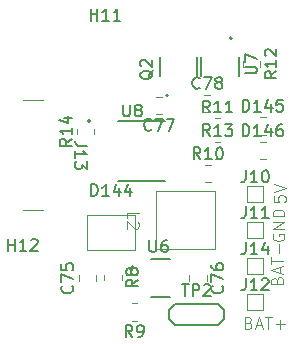
<source format=gbr>
%TF.GenerationSoftware,KiCad,Pcbnew,9.0.3*%
%TF.CreationDate,2025-11-25T19:37:03-05:00*%
%TF.ProjectId,Wren,5772656e-2e6b-4696-9361-645f70636258,rev?*%
%TF.SameCoordinates,Original*%
%TF.FileFunction,Legend,Top*%
%TF.FilePolarity,Positive*%
%FSLAX46Y46*%
G04 Gerber Fmt 4.6, Leading zero omitted, Abs format (unit mm)*
G04 Created by KiCad (PCBNEW 9.0.3) date 2025-11-25 19:37:03*
%MOMM*%
%LPD*%
G01*
G04 APERTURE LIST*
%ADD10C,0.100000*%
%ADD11C,0.150000*%
%ADD12C,0.127000*%
%ADD13C,0.200000*%
%ADD14C,0.120000*%
G04 APERTURE END LIST*
D10*
X110470038Y-183172306D02*
X110422419Y-183267544D01*
X110422419Y-183267544D02*
X110422419Y-183410401D01*
X110422419Y-183410401D02*
X110470038Y-183553258D01*
X110470038Y-183553258D02*
X110565276Y-183648496D01*
X110565276Y-183648496D02*
X110660514Y-183696115D01*
X110660514Y-183696115D02*
X110850990Y-183743734D01*
X110850990Y-183743734D02*
X110993847Y-183743734D01*
X110993847Y-183743734D02*
X111184323Y-183696115D01*
X111184323Y-183696115D02*
X111279561Y-183648496D01*
X111279561Y-183648496D02*
X111374800Y-183553258D01*
X111374800Y-183553258D02*
X111422419Y-183410401D01*
X111422419Y-183410401D02*
X111422419Y-183315163D01*
X111422419Y-183315163D02*
X111374800Y-183172306D01*
X111374800Y-183172306D02*
X111327180Y-183124687D01*
X111327180Y-183124687D02*
X110993847Y-183124687D01*
X110993847Y-183124687D02*
X110993847Y-183315163D01*
X111422419Y-182696115D02*
X110422419Y-182696115D01*
X110422419Y-182696115D02*
X111422419Y-182124687D01*
X111422419Y-182124687D02*
X110422419Y-182124687D01*
X111422419Y-181648496D02*
X110422419Y-181648496D01*
X110422419Y-181648496D02*
X110422419Y-181410401D01*
X110422419Y-181410401D02*
X110470038Y-181267544D01*
X110470038Y-181267544D02*
X110565276Y-181172306D01*
X110565276Y-181172306D02*
X110660514Y-181124687D01*
X110660514Y-181124687D02*
X110850990Y-181077068D01*
X110850990Y-181077068D02*
X110993847Y-181077068D01*
X110993847Y-181077068D02*
X111184323Y-181124687D01*
X111184323Y-181124687D02*
X111279561Y-181172306D01*
X111279561Y-181172306D02*
X111374800Y-181267544D01*
X111374800Y-181267544D02*
X111422419Y-181410401D01*
X111422419Y-181410401D02*
X111422419Y-181648496D01*
X108387217Y-190648609D02*
X108530074Y-190696228D01*
X108530074Y-190696228D02*
X108577693Y-190743847D01*
X108577693Y-190743847D02*
X108625312Y-190839085D01*
X108625312Y-190839085D02*
X108625312Y-190981942D01*
X108625312Y-190981942D02*
X108577693Y-191077180D01*
X108577693Y-191077180D02*
X108530074Y-191124800D01*
X108530074Y-191124800D02*
X108434836Y-191172419D01*
X108434836Y-191172419D02*
X108053884Y-191172419D01*
X108053884Y-191172419D02*
X108053884Y-190172419D01*
X108053884Y-190172419D02*
X108387217Y-190172419D01*
X108387217Y-190172419D02*
X108482455Y-190220038D01*
X108482455Y-190220038D02*
X108530074Y-190267657D01*
X108530074Y-190267657D02*
X108577693Y-190362895D01*
X108577693Y-190362895D02*
X108577693Y-190458133D01*
X108577693Y-190458133D02*
X108530074Y-190553371D01*
X108530074Y-190553371D02*
X108482455Y-190600990D01*
X108482455Y-190600990D02*
X108387217Y-190648609D01*
X108387217Y-190648609D02*
X108053884Y-190648609D01*
X109006265Y-190886704D02*
X109482455Y-190886704D01*
X108911027Y-191172419D02*
X109244360Y-190172419D01*
X109244360Y-190172419D02*
X109577693Y-191172419D01*
X109768170Y-190172419D02*
X110339598Y-190172419D01*
X110053884Y-191172419D02*
X110053884Y-190172419D01*
X110672932Y-190791466D02*
X111434837Y-190791466D01*
X111053884Y-191172419D02*
X111053884Y-190410514D01*
X110798609Y-187062782D02*
X110846228Y-186919925D01*
X110846228Y-186919925D02*
X110893847Y-186872306D01*
X110893847Y-186872306D02*
X110989085Y-186824687D01*
X110989085Y-186824687D02*
X111131942Y-186824687D01*
X111131942Y-186824687D02*
X111227180Y-186872306D01*
X111227180Y-186872306D02*
X111274800Y-186919925D01*
X111274800Y-186919925D02*
X111322419Y-187015163D01*
X111322419Y-187015163D02*
X111322419Y-187396115D01*
X111322419Y-187396115D02*
X110322419Y-187396115D01*
X110322419Y-187396115D02*
X110322419Y-187062782D01*
X110322419Y-187062782D02*
X110370038Y-186967544D01*
X110370038Y-186967544D02*
X110417657Y-186919925D01*
X110417657Y-186919925D02*
X110512895Y-186872306D01*
X110512895Y-186872306D02*
X110608133Y-186872306D01*
X110608133Y-186872306D02*
X110703371Y-186919925D01*
X110703371Y-186919925D02*
X110750990Y-186967544D01*
X110750990Y-186967544D02*
X110798609Y-187062782D01*
X110798609Y-187062782D02*
X110798609Y-187396115D01*
X111036704Y-186443734D02*
X111036704Y-185967544D01*
X111322419Y-186538972D02*
X110322419Y-186205639D01*
X110322419Y-186205639D02*
X111322419Y-185872306D01*
X110322419Y-185681829D02*
X110322419Y-185110401D01*
X111322419Y-185396115D02*
X110322419Y-185396115D01*
X110941466Y-184777067D02*
X110941466Y-184015163D01*
X110522419Y-179919925D02*
X110522419Y-180396115D01*
X110522419Y-180396115D02*
X110998609Y-180443734D01*
X110998609Y-180443734D02*
X110950990Y-180396115D01*
X110950990Y-180396115D02*
X110903371Y-180300877D01*
X110903371Y-180300877D02*
X110903371Y-180062782D01*
X110903371Y-180062782D02*
X110950990Y-179967544D01*
X110950990Y-179967544D02*
X110998609Y-179919925D01*
X110998609Y-179919925D02*
X111093847Y-179872306D01*
X111093847Y-179872306D02*
X111331942Y-179872306D01*
X111331942Y-179872306D02*
X111427180Y-179919925D01*
X111427180Y-179919925D02*
X111474800Y-179967544D01*
X111474800Y-179967544D02*
X111522419Y-180062782D01*
X111522419Y-180062782D02*
X111522419Y-180300877D01*
X111522419Y-180300877D02*
X111474800Y-180396115D01*
X111474800Y-180396115D02*
X111427180Y-180443734D01*
X110522419Y-179586591D02*
X111522419Y-179253258D01*
X111522419Y-179253258D02*
X110522419Y-178919925D01*
D11*
X97768095Y-172187819D02*
X97768095Y-172997342D01*
X97768095Y-172997342D02*
X97815714Y-173092580D01*
X97815714Y-173092580D02*
X97863333Y-173140200D01*
X97863333Y-173140200D02*
X97958571Y-173187819D01*
X97958571Y-173187819D02*
X98149047Y-173187819D01*
X98149047Y-173187819D02*
X98244285Y-173140200D01*
X98244285Y-173140200D02*
X98291904Y-173092580D01*
X98291904Y-173092580D02*
X98339523Y-172997342D01*
X98339523Y-172997342D02*
X98339523Y-172187819D01*
X98958571Y-172616390D02*
X98863333Y-172568771D01*
X98863333Y-172568771D02*
X98815714Y-172521152D01*
X98815714Y-172521152D02*
X98768095Y-172425914D01*
X98768095Y-172425914D02*
X98768095Y-172378295D01*
X98768095Y-172378295D02*
X98815714Y-172283057D01*
X98815714Y-172283057D02*
X98863333Y-172235438D01*
X98863333Y-172235438D02*
X98958571Y-172187819D01*
X98958571Y-172187819D02*
X99149047Y-172187819D01*
X99149047Y-172187819D02*
X99244285Y-172235438D01*
X99244285Y-172235438D02*
X99291904Y-172283057D01*
X99291904Y-172283057D02*
X99339523Y-172378295D01*
X99339523Y-172378295D02*
X99339523Y-172425914D01*
X99339523Y-172425914D02*
X99291904Y-172521152D01*
X99291904Y-172521152D02*
X99244285Y-172568771D01*
X99244285Y-172568771D02*
X99149047Y-172616390D01*
X99149047Y-172616390D02*
X98958571Y-172616390D01*
X98958571Y-172616390D02*
X98863333Y-172664009D01*
X98863333Y-172664009D02*
X98815714Y-172711628D01*
X98815714Y-172711628D02*
X98768095Y-172806866D01*
X98768095Y-172806866D02*
X98768095Y-172997342D01*
X98768095Y-172997342D02*
X98815714Y-173092580D01*
X98815714Y-173092580D02*
X98863333Y-173140200D01*
X98863333Y-173140200D02*
X98958571Y-173187819D01*
X98958571Y-173187819D02*
X99149047Y-173187819D01*
X99149047Y-173187819D02*
X99244285Y-173140200D01*
X99244285Y-173140200D02*
X99291904Y-173092580D01*
X99291904Y-173092580D02*
X99339523Y-172997342D01*
X99339523Y-172997342D02*
X99339523Y-172806866D01*
X99339523Y-172806866D02*
X99291904Y-172711628D01*
X99291904Y-172711628D02*
X99244285Y-172664009D01*
X99244285Y-172664009D02*
X99149047Y-172616390D01*
X95059524Y-179924819D02*
X95059524Y-178924819D01*
X95059524Y-178924819D02*
X95297619Y-178924819D01*
X95297619Y-178924819D02*
X95440476Y-178972438D01*
X95440476Y-178972438D02*
X95535714Y-179067676D01*
X95535714Y-179067676D02*
X95583333Y-179162914D01*
X95583333Y-179162914D02*
X95630952Y-179353390D01*
X95630952Y-179353390D02*
X95630952Y-179496247D01*
X95630952Y-179496247D02*
X95583333Y-179686723D01*
X95583333Y-179686723D02*
X95535714Y-179781961D01*
X95535714Y-179781961D02*
X95440476Y-179877200D01*
X95440476Y-179877200D02*
X95297619Y-179924819D01*
X95297619Y-179924819D02*
X95059524Y-179924819D01*
X96583333Y-179924819D02*
X96011905Y-179924819D01*
X96297619Y-179924819D02*
X96297619Y-178924819D01*
X96297619Y-178924819D02*
X96202381Y-179067676D01*
X96202381Y-179067676D02*
X96107143Y-179162914D01*
X96107143Y-179162914D02*
X96011905Y-179210533D01*
X97440476Y-179258152D02*
X97440476Y-179924819D01*
X97202381Y-178877200D02*
X96964286Y-179591485D01*
X96964286Y-179591485D02*
X97583333Y-179591485D01*
X98392857Y-179258152D02*
X98392857Y-179924819D01*
X98154762Y-178877200D02*
X97916667Y-179591485D01*
X97916667Y-179591485D02*
X98535714Y-179591485D01*
X100157142Y-174289580D02*
X100109523Y-174337200D01*
X100109523Y-174337200D02*
X99966666Y-174384819D01*
X99966666Y-174384819D02*
X99871428Y-174384819D01*
X99871428Y-174384819D02*
X99728571Y-174337200D01*
X99728571Y-174337200D02*
X99633333Y-174241961D01*
X99633333Y-174241961D02*
X99585714Y-174146723D01*
X99585714Y-174146723D02*
X99538095Y-173956247D01*
X99538095Y-173956247D02*
X99538095Y-173813390D01*
X99538095Y-173813390D02*
X99585714Y-173622914D01*
X99585714Y-173622914D02*
X99633333Y-173527676D01*
X99633333Y-173527676D02*
X99728571Y-173432438D01*
X99728571Y-173432438D02*
X99871428Y-173384819D01*
X99871428Y-173384819D02*
X99966666Y-173384819D01*
X99966666Y-173384819D02*
X100109523Y-173432438D01*
X100109523Y-173432438D02*
X100157142Y-173480057D01*
X100490476Y-173384819D02*
X101157142Y-173384819D01*
X101157142Y-173384819D02*
X100728571Y-174384819D01*
X101442857Y-173384819D02*
X102109523Y-173384819D01*
X102109523Y-173384819D02*
X101680952Y-174384819D01*
X106154580Y-187542857D02*
X106202200Y-187590476D01*
X106202200Y-187590476D02*
X106249819Y-187733333D01*
X106249819Y-187733333D02*
X106249819Y-187828571D01*
X106249819Y-187828571D02*
X106202200Y-187971428D01*
X106202200Y-187971428D02*
X106106961Y-188066666D01*
X106106961Y-188066666D02*
X106011723Y-188114285D01*
X106011723Y-188114285D02*
X105821247Y-188161904D01*
X105821247Y-188161904D02*
X105678390Y-188161904D01*
X105678390Y-188161904D02*
X105487914Y-188114285D01*
X105487914Y-188114285D02*
X105392676Y-188066666D01*
X105392676Y-188066666D02*
X105297438Y-187971428D01*
X105297438Y-187971428D02*
X105249819Y-187828571D01*
X105249819Y-187828571D02*
X105249819Y-187733333D01*
X105249819Y-187733333D02*
X105297438Y-187590476D01*
X105297438Y-187590476D02*
X105345057Y-187542857D01*
X105249819Y-187209523D02*
X105249819Y-186542857D01*
X105249819Y-186542857D02*
X106249819Y-186971428D01*
X105249819Y-185733333D02*
X105249819Y-185923809D01*
X105249819Y-185923809D02*
X105297438Y-186019047D01*
X105297438Y-186019047D02*
X105345057Y-186066666D01*
X105345057Y-186066666D02*
X105487914Y-186161904D01*
X105487914Y-186161904D02*
X105678390Y-186209523D01*
X105678390Y-186209523D02*
X106059342Y-186209523D01*
X106059342Y-186209523D02*
X106154580Y-186161904D01*
X106154580Y-186161904D02*
X106202200Y-186114285D01*
X106202200Y-186114285D02*
X106249819Y-186019047D01*
X106249819Y-186019047D02*
X106249819Y-185828571D01*
X106249819Y-185828571D02*
X106202200Y-185733333D01*
X106202200Y-185733333D02*
X106154580Y-185685714D01*
X106154580Y-185685714D02*
X106059342Y-185638095D01*
X106059342Y-185638095D02*
X105821247Y-185638095D01*
X105821247Y-185638095D02*
X105726009Y-185685714D01*
X105726009Y-185685714D02*
X105678390Y-185733333D01*
X105678390Y-185733333D02*
X105630771Y-185828571D01*
X105630771Y-185828571D02*
X105630771Y-186019047D01*
X105630771Y-186019047D02*
X105678390Y-186114285D01*
X105678390Y-186114285D02*
X105726009Y-186161904D01*
X105726009Y-186161904D02*
X105821247Y-186209523D01*
X94695180Y-175670476D02*
X93980895Y-175670476D01*
X93980895Y-175670476D02*
X93838038Y-175622857D01*
X93838038Y-175622857D02*
X93742800Y-175527619D01*
X93742800Y-175527619D02*
X93695180Y-175384762D01*
X93695180Y-175384762D02*
X93695180Y-175289524D01*
X93695180Y-176670476D02*
X93695180Y-176099048D01*
X93695180Y-176384762D02*
X94695180Y-176384762D01*
X94695180Y-176384762D02*
X94552323Y-176289524D01*
X94552323Y-176289524D02*
X94457085Y-176194286D01*
X94457085Y-176194286D02*
X94409466Y-176099048D01*
X94695180Y-177003810D02*
X94695180Y-177622857D01*
X94695180Y-177622857D02*
X94314228Y-177289524D01*
X94314228Y-177289524D02*
X94314228Y-177432381D01*
X94314228Y-177432381D02*
X94266609Y-177527619D01*
X94266609Y-177527619D02*
X94218990Y-177575238D01*
X94218990Y-177575238D02*
X94123752Y-177622857D01*
X94123752Y-177622857D02*
X93885657Y-177622857D01*
X93885657Y-177622857D02*
X93790419Y-177575238D01*
X93790419Y-177575238D02*
X93742800Y-177527619D01*
X93742800Y-177527619D02*
X93695180Y-177432381D01*
X93695180Y-177432381D02*
X93695180Y-177146667D01*
X93695180Y-177146667D02*
X93742800Y-177051429D01*
X93742800Y-177051429D02*
X93790419Y-177003810D01*
X107897024Y-174874819D02*
X107897024Y-173874819D01*
X107897024Y-173874819D02*
X108135119Y-173874819D01*
X108135119Y-173874819D02*
X108277976Y-173922438D01*
X108277976Y-173922438D02*
X108373214Y-174017676D01*
X108373214Y-174017676D02*
X108420833Y-174112914D01*
X108420833Y-174112914D02*
X108468452Y-174303390D01*
X108468452Y-174303390D02*
X108468452Y-174446247D01*
X108468452Y-174446247D02*
X108420833Y-174636723D01*
X108420833Y-174636723D02*
X108373214Y-174731961D01*
X108373214Y-174731961D02*
X108277976Y-174827200D01*
X108277976Y-174827200D02*
X108135119Y-174874819D01*
X108135119Y-174874819D02*
X107897024Y-174874819D01*
X109420833Y-174874819D02*
X108849405Y-174874819D01*
X109135119Y-174874819D02*
X109135119Y-173874819D01*
X109135119Y-173874819D02*
X109039881Y-174017676D01*
X109039881Y-174017676D02*
X108944643Y-174112914D01*
X108944643Y-174112914D02*
X108849405Y-174160533D01*
X110277976Y-174208152D02*
X110277976Y-174874819D01*
X110039881Y-173827200D02*
X109801786Y-174541485D01*
X109801786Y-174541485D02*
X110420833Y-174541485D01*
X111230357Y-173874819D02*
X111039881Y-173874819D01*
X111039881Y-173874819D02*
X110944643Y-173922438D01*
X110944643Y-173922438D02*
X110897024Y-173970057D01*
X110897024Y-173970057D02*
X110801786Y-174112914D01*
X110801786Y-174112914D02*
X110754167Y-174303390D01*
X110754167Y-174303390D02*
X110754167Y-174684342D01*
X110754167Y-174684342D02*
X110801786Y-174779580D01*
X110801786Y-174779580D02*
X110849405Y-174827200D01*
X110849405Y-174827200D02*
X110944643Y-174874819D01*
X110944643Y-174874819D02*
X111135119Y-174874819D01*
X111135119Y-174874819D02*
X111230357Y-174827200D01*
X111230357Y-174827200D02*
X111277976Y-174779580D01*
X111277976Y-174779580D02*
X111325595Y-174684342D01*
X111325595Y-174684342D02*
X111325595Y-174446247D01*
X111325595Y-174446247D02*
X111277976Y-174351009D01*
X111277976Y-174351009D02*
X111230357Y-174303390D01*
X111230357Y-174303390D02*
X111135119Y-174255771D01*
X111135119Y-174255771D02*
X110944643Y-174255771D01*
X110944643Y-174255771D02*
X110849405Y-174303390D01*
X110849405Y-174303390D02*
X110801786Y-174351009D01*
X110801786Y-174351009D02*
X110754167Y-174446247D01*
X104257142Y-170771080D02*
X104209523Y-170818700D01*
X104209523Y-170818700D02*
X104066666Y-170866319D01*
X104066666Y-170866319D02*
X103971428Y-170866319D01*
X103971428Y-170866319D02*
X103828571Y-170818700D01*
X103828571Y-170818700D02*
X103733333Y-170723461D01*
X103733333Y-170723461D02*
X103685714Y-170628223D01*
X103685714Y-170628223D02*
X103638095Y-170437747D01*
X103638095Y-170437747D02*
X103638095Y-170294890D01*
X103638095Y-170294890D02*
X103685714Y-170104414D01*
X103685714Y-170104414D02*
X103733333Y-170009176D01*
X103733333Y-170009176D02*
X103828571Y-169913938D01*
X103828571Y-169913938D02*
X103971428Y-169866319D01*
X103971428Y-169866319D02*
X104066666Y-169866319D01*
X104066666Y-169866319D02*
X104209523Y-169913938D01*
X104209523Y-169913938D02*
X104257142Y-169961557D01*
X104590476Y-169866319D02*
X105257142Y-169866319D01*
X105257142Y-169866319D02*
X104828571Y-170866319D01*
X105780952Y-170294890D02*
X105685714Y-170247271D01*
X105685714Y-170247271D02*
X105638095Y-170199652D01*
X105638095Y-170199652D02*
X105590476Y-170104414D01*
X105590476Y-170104414D02*
X105590476Y-170056795D01*
X105590476Y-170056795D02*
X105638095Y-169961557D01*
X105638095Y-169961557D02*
X105685714Y-169913938D01*
X105685714Y-169913938D02*
X105780952Y-169866319D01*
X105780952Y-169866319D02*
X105971428Y-169866319D01*
X105971428Y-169866319D02*
X106066666Y-169913938D01*
X106066666Y-169913938D02*
X106114285Y-169961557D01*
X106114285Y-169961557D02*
X106161904Y-170056795D01*
X106161904Y-170056795D02*
X106161904Y-170104414D01*
X106161904Y-170104414D02*
X106114285Y-170199652D01*
X106114285Y-170199652D02*
X106066666Y-170247271D01*
X106066666Y-170247271D02*
X105971428Y-170294890D01*
X105971428Y-170294890D02*
X105780952Y-170294890D01*
X105780952Y-170294890D02*
X105685714Y-170342509D01*
X105685714Y-170342509D02*
X105638095Y-170390128D01*
X105638095Y-170390128D02*
X105590476Y-170485366D01*
X105590476Y-170485366D02*
X105590476Y-170675842D01*
X105590476Y-170675842D02*
X105638095Y-170771080D01*
X105638095Y-170771080D02*
X105685714Y-170818700D01*
X105685714Y-170818700D02*
X105780952Y-170866319D01*
X105780952Y-170866319D02*
X105971428Y-170866319D01*
X105971428Y-170866319D02*
X106066666Y-170818700D01*
X106066666Y-170818700D02*
X106114285Y-170771080D01*
X106114285Y-170771080D02*
X106161904Y-170675842D01*
X106161904Y-170675842D02*
X106161904Y-170485366D01*
X106161904Y-170485366D02*
X106114285Y-170390128D01*
X106114285Y-170390128D02*
X106066666Y-170342509D01*
X106066666Y-170342509D02*
X105971428Y-170294890D01*
X100001595Y-183654819D02*
X100001595Y-184464342D01*
X100001595Y-184464342D02*
X100049214Y-184559580D01*
X100049214Y-184559580D02*
X100096833Y-184607200D01*
X100096833Y-184607200D02*
X100192071Y-184654819D01*
X100192071Y-184654819D02*
X100382547Y-184654819D01*
X100382547Y-184654819D02*
X100477785Y-184607200D01*
X100477785Y-184607200D02*
X100525404Y-184559580D01*
X100525404Y-184559580D02*
X100573023Y-184464342D01*
X100573023Y-184464342D02*
X100573023Y-183654819D01*
X101477785Y-183654819D02*
X101287309Y-183654819D01*
X101287309Y-183654819D02*
X101192071Y-183702438D01*
X101192071Y-183702438D02*
X101144452Y-183750057D01*
X101144452Y-183750057D02*
X101049214Y-183892914D01*
X101049214Y-183892914D02*
X101001595Y-184083390D01*
X101001595Y-184083390D02*
X101001595Y-184464342D01*
X101001595Y-184464342D02*
X101049214Y-184559580D01*
X101049214Y-184559580D02*
X101096833Y-184607200D01*
X101096833Y-184607200D02*
X101192071Y-184654819D01*
X101192071Y-184654819D02*
X101382547Y-184654819D01*
X101382547Y-184654819D02*
X101477785Y-184607200D01*
X101477785Y-184607200D02*
X101525404Y-184559580D01*
X101525404Y-184559580D02*
X101573023Y-184464342D01*
X101573023Y-184464342D02*
X101573023Y-184226247D01*
X101573023Y-184226247D02*
X101525404Y-184131009D01*
X101525404Y-184131009D02*
X101477785Y-184083390D01*
X101477785Y-184083390D02*
X101382547Y-184035771D01*
X101382547Y-184035771D02*
X101192071Y-184035771D01*
X101192071Y-184035771D02*
X101096833Y-184083390D01*
X101096833Y-184083390D02*
X101049214Y-184131009D01*
X101049214Y-184131009D02*
X101001595Y-184226247D01*
X98548333Y-191854819D02*
X98215000Y-191378628D01*
X97976905Y-191854819D02*
X97976905Y-190854819D01*
X97976905Y-190854819D02*
X98357857Y-190854819D01*
X98357857Y-190854819D02*
X98453095Y-190902438D01*
X98453095Y-190902438D02*
X98500714Y-190950057D01*
X98500714Y-190950057D02*
X98548333Y-191045295D01*
X98548333Y-191045295D02*
X98548333Y-191188152D01*
X98548333Y-191188152D02*
X98500714Y-191283390D01*
X98500714Y-191283390D02*
X98453095Y-191331009D01*
X98453095Y-191331009D02*
X98357857Y-191378628D01*
X98357857Y-191378628D02*
X97976905Y-191378628D01*
X99024524Y-191854819D02*
X99215000Y-191854819D01*
X99215000Y-191854819D02*
X99310238Y-191807200D01*
X99310238Y-191807200D02*
X99357857Y-191759580D01*
X99357857Y-191759580D02*
X99453095Y-191616723D01*
X99453095Y-191616723D02*
X99500714Y-191426247D01*
X99500714Y-191426247D02*
X99500714Y-191045295D01*
X99500714Y-191045295D02*
X99453095Y-190950057D01*
X99453095Y-190950057D02*
X99405476Y-190902438D01*
X99405476Y-190902438D02*
X99310238Y-190854819D01*
X99310238Y-190854819D02*
X99119762Y-190854819D01*
X99119762Y-190854819D02*
X99024524Y-190902438D01*
X99024524Y-190902438D02*
X98976905Y-190950057D01*
X98976905Y-190950057D02*
X98929286Y-191045295D01*
X98929286Y-191045295D02*
X98929286Y-191283390D01*
X98929286Y-191283390D02*
X98976905Y-191378628D01*
X98976905Y-191378628D02*
X99024524Y-191426247D01*
X99024524Y-191426247D02*
X99119762Y-191473866D01*
X99119762Y-191473866D02*
X99310238Y-191473866D01*
X99310238Y-191473866D02*
X99405476Y-191426247D01*
X99405476Y-191426247D02*
X99453095Y-191378628D01*
X99453095Y-191378628D02*
X99500714Y-191283390D01*
X100300057Y-169295238D02*
X100252438Y-169390476D01*
X100252438Y-169390476D02*
X100157200Y-169485714D01*
X100157200Y-169485714D02*
X100014342Y-169628571D01*
X100014342Y-169628571D02*
X99966723Y-169723809D01*
X99966723Y-169723809D02*
X99966723Y-169819047D01*
X100204819Y-169771428D02*
X100157200Y-169866666D01*
X100157200Y-169866666D02*
X100061961Y-169961904D01*
X100061961Y-169961904D02*
X99871485Y-170009523D01*
X99871485Y-170009523D02*
X99538152Y-170009523D01*
X99538152Y-170009523D02*
X99347676Y-169961904D01*
X99347676Y-169961904D02*
X99252438Y-169866666D01*
X99252438Y-169866666D02*
X99204819Y-169771428D01*
X99204819Y-169771428D02*
X99204819Y-169580952D01*
X99204819Y-169580952D02*
X99252438Y-169485714D01*
X99252438Y-169485714D02*
X99347676Y-169390476D01*
X99347676Y-169390476D02*
X99538152Y-169342857D01*
X99538152Y-169342857D02*
X99871485Y-169342857D01*
X99871485Y-169342857D02*
X100061961Y-169390476D01*
X100061961Y-169390476D02*
X100157200Y-169485714D01*
X100157200Y-169485714D02*
X100204819Y-169580952D01*
X100204819Y-169580952D02*
X100204819Y-169771428D01*
X99300057Y-168961904D02*
X99252438Y-168914285D01*
X99252438Y-168914285D02*
X99204819Y-168819047D01*
X99204819Y-168819047D02*
X99204819Y-168580952D01*
X99204819Y-168580952D02*
X99252438Y-168485714D01*
X99252438Y-168485714D02*
X99300057Y-168438095D01*
X99300057Y-168438095D02*
X99395295Y-168390476D01*
X99395295Y-168390476D02*
X99490533Y-168390476D01*
X99490533Y-168390476D02*
X99633390Y-168438095D01*
X99633390Y-168438095D02*
X100204819Y-169009523D01*
X100204819Y-169009523D02*
X100204819Y-168390476D01*
X95011905Y-165079819D02*
X95011905Y-164079819D01*
X95011905Y-164556009D02*
X95583333Y-164556009D01*
X95583333Y-165079819D02*
X95583333Y-164079819D01*
X96583333Y-165079819D02*
X96011905Y-165079819D01*
X96297619Y-165079819D02*
X96297619Y-164079819D01*
X96297619Y-164079819D02*
X96202381Y-164222676D01*
X96202381Y-164222676D02*
X96107143Y-164317914D01*
X96107143Y-164317914D02*
X96011905Y-164365533D01*
X97535714Y-165079819D02*
X96964286Y-165079819D01*
X97250000Y-165079819D02*
X97250000Y-164079819D01*
X97250000Y-164079819D02*
X97154762Y-164222676D01*
X97154762Y-164222676D02*
X97059524Y-164317914D01*
X97059524Y-164317914D02*
X96964286Y-164365533D01*
X105119642Y-172854819D02*
X104786309Y-172378628D01*
X104548214Y-172854819D02*
X104548214Y-171854819D01*
X104548214Y-171854819D02*
X104929166Y-171854819D01*
X104929166Y-171854819D02*
X105024404Y-171902438D01*
X105024404Y-171902438D02*
X105072023Y-171950057D01*
X105072023Y-171950057D02*
X105119642Y-172045295D01*
X105119642Y-172045295D02*
X105119642Y-172188152D01*
X105119642Y-172188152D02*
X105072023Y-172283390D01*
X105072023Y-172283390D02*
X105024404Y-172331009D01*
X105024404Y-172331009D02*
X104929166Y-172378628D01*
X104929166Y-172378628D02*
X104548214Y-172378628D01*
X106072023Y-172854819D02*
X105500595Y-172854819D01*
X105786309Y-172854819D02*
X105786309Y-171854819D01*
X105786309Y-171854819D02*
X105691071Y-171997676D01*
X105691071Y-171997676D02*
X105595833Y-172092914D01*
X105595833Y-172092914D02*
X105500595Y-172140533D01*
X107024404Y-172854819D02*
X106452976Y-172854819D01*
X106738690Y-172854819D02*
X106738690Y-171854819D01*
X106738690Y-171854819D02*
X106643452Y-171997676D01*
X106643452Y-171997676D02*
X106548214Y-172092914D01*
X106548214Y-172092914D02*
X106452976Y-172140533D01*
X99019819Y-187016666D02*
X98543628Y-187349999D01*
X99019819Y-187588094D02*
X98019819Y-187588094D01*
X98019819Y-187588094D02*
X98019819Y-187207142D01*
X98019819Y-187207142D02*
X98067438Y-187111904D01*
X98067438Y-187111904D02*
X98115057Y-187064285D01*
X98115057Y-187064285D02*
X98210295Y-187016666D01*
X98210295Y-187016666D02*
X98353152Y-187016666D01*
X98353152Y-187016666D02*
X98448390Y-187064285D01*
X98448390Y-187064285D02*
X98496009Y-187111904D01*
X98496009Y-187111904D02*
X98543628Y-187207142D01*
X98543628Y-187207142D02*
X98543628Y-187588094D01*
X98448390Y-186445237D02*
X98400771Y-186540475D01*
X98400771Y-186540475D02*
X98353152Y-186588094D01*
X98353152Y-186588094D02*
X98257914Y-186635713D01*
X98257914Y-186635713D02*
X98210295Y-186635713D01*
X98210295Y-186635713D02*
X98115057Y-186588094D01*
X98115057Y-186588094D02*
X98067438Y-186540475D01*
X98067438Y-186540475D02*
X98019819Y-186445237D01*
X98019819Y-186445237D02*
X98019819Y-186254761D01*
X98019819Y-186254761D02*
X98067438Y-186159523D01*
X98067438Y-186159523D02*
X98115057Y-186111904D01*
X98115057Y-186111904D02*
X98210295Y-186064285D01*
X98210295Y-186064285D02*
X98257914Y-186064285D01*
X98257914Y-186064285D02*
X98353152Y-186111904D01*
X98353152Y-186111904D02*
X98400771Y-186159523D01*
X98400771Y-186159523D02*
X98448390Y-186254761D01*
X98448390Y-186254761D02*
X98448390Y-186445237D01*
X98448390Y-186445237D02*
X98496009Y-186540475D01*
X98496009Y-186540475D02*
X98543628Y-186588094D01*
X98543628Y-186588094D02*
X98638866Y-186635713D01*
X98638866Y-186635713D02*
X98829342Y-186635713D01*
X98829342Y-186635713D02*
X98924580Y-186588094D01*
X98924580Y-186588094D02*
X98972200Y-186540475D01*
X98972200Y-186540475D02*
X99019819Y-186445237D01*
X99019819Y-186445237D02*
X99019819Y-186254761D01*
X99019819Y-186254761D02*
X98972200Y-186159523D01*
X98972200Y-186159523D02*
X98924580Y-186111904D01*
X98924580Y-186111904D02*
X98829342Y-186064285D01*
X98829342Y-186064285D02*
X98638866Y-186064285D01*
X98638866Y-186064285D02*
X98543628Y-186111904D01*
X98543628Y-186111904D02*
X98496009Y-186159523D01*
X98496009Y-186159523D02*
X98448390Y-186254761D01*
D10*
X98117580Y-181833333D02*
X98117580Y-181357143D01*
X98117580Y-181357143D02*
X99117580Y-181357143D01*
X99022342Y-182119048D02*
X99069961Y-182166667D01*
X99069961Y-182166667D02*
X99117580Y-182261905D01*
X99117580Y-182261905D02*
X99117580Y-182500000D01*
X99117580Y-182500000D02*
X99069961Y-182595238D01*
X99069961Y-182595238D02*
X99022342Y-182642857D01*
X99022342Y-182642857D02*
X98927104Y-182690476D01*
X98927104Y-182690476D02*
X98831866Y-182690476D01*
X98831866Y-182690476D02*
X98689009Y-182642857D01*
X98689009Y-182642857D02*
X98117580Y-182071429D01*
X98117580Y-182071429D02*
X98117580Y-182690476D01*
D11*
X93444580Y-187542857D02*
X93492200Y-187590476D01*
X93492200Y-187590476D02*
X93539819Y-187733333D01*
X93539819Y-187733333D02*
X93539819Y-187828571D01*
X93539819Y-187828571D02*
X93492200Y-187971428D01*
X93492200Y-187971428D02*
X93396961Y-188066666D01*
X93396961Y-188066666D02*
X93301723Y-188114285D01*
X93301723Y-188114285D02*
X93111247Y-188161904D01*
X93111247Y-188161904D02*
X92968390Y-188161904D01*
X92968390Y-188161904D02*
X92777914Y-188114285D01*
X92777914Y-188114285D02*
X92682676Y-188066666D01*
X92682676Y-188066666D02*
X92587438Y-187971428D01*
X92587438Y-187971428D02*
X92539819Y-187828571D01*
X92539819Y-187828571D02*
X92539819Y-187733333D01*
X92539819Y-187733333D02*
X92587438Y-187590476D01*
X92587438Y-187590476D02*
X92635057Y-187542857D01*
X92539819Y-187209523D02*
X92539819Y-186542857D01*
X92539819Y-186542857D02*
X93539819Y-186971428D01*
X92539819Y-185685714D02*
X92539819Y-186161904D01*
X92539819Y-186161904D02*
X93016009Y-186209523D01*
X93016009Y-186209523D02*
X92968390Y-186161904D01*
X92968390Y-186161904D02*
X92920771Y-186066666D01*
X92920771Y-186066666D02*
X92920771Y-185828571D01*
X92920771Y-185828571D02*
X92968390Y-185733333D01*
X92968390Y-185733333D02*
X93016009Y-185685714D01*
X93016009Y-185685714D02*
X93111247Y-185638095D01*
X93111247Y-185638095D02*
X93349342Y-185638095D01*
X93349342Y-185638095D02*
X93444580Y-185685714D01*
X93444580Y-185685714D02*
X93492200Y-185733333D01*
X93492200Y-185733333D02*
X93539819Y-185828571D01*
X93539819Y-185828571D02*
X93539819Y-186066666D01*
X93539819Y-186066666D02*
X93492200Y-186161904D01*
X93492200Y-186161904D02*
X93444580Y-186209523D01*
X105119642Y-174854819D02*
X104786309Y-174378628D01*
X104548214Y-174854819D02*
X104548214Y-173854819D01*
X104548214Y-173854819D02*
X104929166Y-173854819D01*
X104929166Y-173854819D02*
X105024404Y-173902438D01*
X105024404Y-173902438D02*
X105072023Y-173950057D01*
X105072023Y-173950057D02*
X105119642Y-174045295D01*
X105119642Y-174045295D02*
X105119642Y-174188152D01*
X105119642Y-174188152D02*
X105072023Y-174283390D01*
X105072023Y-174283390D02*
X105024404Y-174331009D01*
X105024404Y-174331009D02*
X104929166Y-174378628D01*
X104929166Y-174378628D02*
X104548214Y-174378628D01*
X106072023Y-174854819D02*
X105500595Y-174854819D01*
X105786309Y-174854819D02*
X105786309Y-173854819D01*
X105786309Y-173854819D02*
X105691071Y-173997676D01*
X105691071Y-173997676D02*
X105595833Y-174092914D01*
X105595833Y-174092914D02*
X105500595Y-174140533D01*
X106405357Y-173854819D02*
X107024404Y-173854819D01*
X107024404Y-173854819D02*
X106691071Y-174235771D01*
X106691071Y-174235771D02*
X106833928Y-174235771D01*
X106833928Y-174235771D02*
X106929166Y-174283390D01*
X106929166Y-174283390D02*
X106976785Y-174331009D01*
X106976785Y-174331009D02*
X107024404Y-174426247D01*
X107024404Y-174426247D02*
X107024404Y-174664342D01*
X107024404Y-174664342D02*
X106976785Y-174759580D01*
X106976785Y-174759580D02*
X106929166Y-174807200D01*
X106929166Y-174807200D02*
X106833928Y-174854819D01*
X106833928Y-174854819D02*
X106548214Y-174854819D01*
X106548214Y-174854819D02*
X106452976Y-174807200D01*
X106452976Y-174807200D02*
X106405357Y-174759580D01*
X108140476Y-180806819D02*
X108140476Y-181521104D01*
X108140476Y-181521104D02*
X108092857Y-181663961D01*
X108092857Y-181663961D02*
X107997619Y-181759200D01*
X107997619Y-181759200D02*
X107854762Y-181806819D01*
X107854762Y-181806819D02*
X107759524Y-181806819D01*
X109140476Y-181806819D02*
X108569048Y-181806819D01*
X108854762Y-181806819D02*
X108854762Y-180806819D01*
X108854762Y-180806819D02*
X108759524Y-180949676D01*
X108759524Y-180949676D02*
X108664286Y-181044914D01*
X108664286Y-181044914D02*
X108569048Y-181092533D01*
X110092857Y-181806819D02*
X109521429Y-181806819D01*
X109807143Y-181806819D02*
X109807143Y-180806819D01*
X109807143Y-180806819D02*
X109711905Y-180949676D01*
X109711905Y-180949676D02*
X109616667Y-181044914D01*
X109616667Y-181044914D02*
X109521429Y-181092533D01*
X110754819Y-169384357D02*
X110278628Y-169717690D01*
X110754819Y-169955785D02*
X109754819Y-169955785D01*
X109754819Y-169955785D02*
X109754819Y-169574833D01*
X109754819Y-169574833D02*
X109802438Y-169479595D01*
X109802438Y-169479595D02*
X109850057Y-169431976D01*
X109850057Y-169431976D02*
X109945295Y-169384357D01*
X109945295Y-169384357D02*
X110088152Y-169384357D01*
X110088152Y-169384357D02*
X110183390Y-169431976D01*
X110183390Y-169431976D02*
X110231009Y-169479595D01*
X110231009Y-169479595D02*
X110278628Y-169574833D01*
X110278628Y-169574833D02*
X110278628Y-169955785D01*
X110754819Y-168431976D02*
X110754819Y-169003404D01*
X110754819Y-168717690D02*
X109754819Y-168717690D01*
X109754819Y-168717690D02*
X109897676Y-168812928D01*
X109897676Y-168812928D02*
X109992914Y-168908166D01*
X109992914Y-168908166D02*
X110040533Y-169003404D01*
X109850057Y-168051023D02*
X109802438Y-168003404D01*
X109802438Y-168003404D02*
X109754819Y-167908166D01*
X109754819Y-167908166D02*
X109754819Y-167670071D01*
X109754819Y-167670071D02*
X109802438Y-167574833D01*
X109802438Y-167574833D02*
X109850057Y-167527214D01*
X109850057Y-167527214D02*
X109945295Y-167479595D01*
X109945295Y-167479595D02*
X110040533Y-167479595D01*
X110040533Y-167479595D02*
X110183390Y-167527214D01*
X110183390Y-167527214D02*
X110754819Y-168098642D01*
X110754819Y-168098642D02*
X110754819Y-167479595D01*
X93404819Y-175092857D02*
X92928628Y-175426190D01*
X93404819Y-175664285D02*
X92404819Y-175664285D01*
X92404819Y-175664285D02*
X92404819Y-175283333D01*
X92404819Y-175283333D02*
X92452438Y-175188095D01*
X92452438Y-175188095D02*
X92500057Y-175140476D01*
X92500057Y-175140476D02*
X92595295Y-175092857D01*
X92595295Y-175092857D02*
X92738152Y-175092857D01*
X92738152Y-175092857D02*
X92833390Y-175140476D01*
X92833390Y-175140476D02*
X92881009Y-175188095D01*
X92881009Y-175188095D02*
X92928628Y-175283333D01*
X92928628Y-175283333D02*
X92928628Y-175664285D01*
X93404819Y-174140476D02*
X93404819Y-174711904D01*
X93404819Y-174426190D02*
X92404819Y-174426190D01*
X92404819Y-174426190D02*
X92547676Y-174521428D01*
X92547676Y-174521428D02*
X92642914Y-174616666D01*
X92642914Y-174616666D02*
X92690533Y-174711904D01*
X92738152Y-173283333D02*
X93404819Y-173283333D01*
X92357200Y-173521428D02*
X93071485Y-173759523D01*
X93071485Y-173759523D02*
X93071485Y-173140476D01*
X104307142Y-176804819D02*
X103973809Y-176328628D01*
X103735714Y-176804819D02*
X103735714Y-175804819D01*
X103735714Y-175804819D02*
X104116666Y-175804819D01*
X104116666Y-175804819D02*
X104211904Y-175852438D01*
X104211904Y-175852438D02*
X104259523Y-175900057D01*
X104259523Y-175900057D02*
X104307142Y-175995295D01*
X104307142Y-175995295D02*
X104307142Y-176138152D01*
X104307142Y-176138152D02*
X104259523Y-176233390D01*
X104259523Y-176233390D02*
X104211904Y-176281009D01*
X104211904Y-176281009D02*
X104116666Y-176328628D01*
X104116666Y-176328628D02*
X103735714Y-176328628D01*
X105259523Y-176804819D02*
X104688095Y-176804819D01*
X104973809Y-176804819D02*
X104973809Y-175804819D01*
X104973809Y-175804819D02*
X104878571Y-175947676D01*
X104878571Y-175947676D02*
X104783333Y-176042914D01*
X104783333Y-176042914D02*
X104688095Y-176090533D01*
X105878571Y-175804819D02*
X105973809Y-175804819D01*
X105973809Y-175804819D02*
X106069047Y-175852438D01*
X106069047Y-175852438D02*
X106116666Y-175900057D01*
X106116666Y-175900057D02*
X106164285Y-175995295D01*
X106164285Y-175995295D02*
X106211904Y-176185771D01*
X106211904Y-176185771D02*
X106211904Y-176423866D01*
X106211904Y-176423866D02*
X106164285Y-176614342D01*
X106164285Y-176614342D02*
X106116666Y-176709580D01*
X106116666Y-176709580D02*
X106069047Y-176757200D01*
X106069047Y-176757200D02*
X105973809Y-176804819D01*
X105973809Y-176804819D02*
X105878571Y-176804819D01*
X105878571Y-176804819D02*
X105783333Y-176757200D01*
X105783333Y-176757200D02*
X105735714Y-176709580D01*
X105735714Y-176709580D02*
X105688095Y-176614342D01*
X105688095Y-176614342D02*
X105640476Y-176423866D01*
X105640476Y-176423866D02*
X105640476Y-176185771D01*
X105640476Y-176185771D02*
X105688095Y-175995295D01*
X105688095Y-175995295D02*
X105735714Y-175900057D01*
X105735714Y-175900057D02*
X105783333Y-175852438D01*
X105783333Y-175852438D02*
X105878571Y-175804819D01*
X88011905Y-184579819D02*
X88011905Y-183579819D01*
X88011905Y-184056009D02*
X88583333Y-184056009D01*
X88583333Y-184579819D02*
X88583333Y-183579819D01*
X89583333Y-184579819D02*
X89011905Y-184579819D01*
X89297619Y-184579819D02*
X89297619Y-183579819D01*
X89297619Y-183579819D02*
X89202381Y-183722676D01*
X89202381Y-183722676D02*
X89107143Y-183817914D01*
X89107143Y-183817914D02*
X89011905Y-183865533D01*
X89964286Y-183675057D02*
X90011905Y-183627438D01*
X90011905Y-183627438D02*
X90107143Y-183579819D01*
X90107143Y-183579819D02*
X90345238Y-183579819D01*
X90345238Y-183579819D02*
X90440476Y-183627438D01*
X90440476Y-183627438D02*
X90488095Y-183675057D01*
X90488095Y-183675057D02*
X90535714Y-183770295D01*
X90535714Y-183770295D02*
X90535714Y-183865533D01*
X90535714Y-183865533D02*
X90488095Y-184008390D01*
X90488095Y-184008390D02*
X89916667Y-184579819D01*
X89916667Y-184579819D02*
X90535714Y-184579819D01*
X108140476Y-177756819D02*
X108140476Y-178471104D01*
X108140476Y-178471104D02*
X108092857Y-178613961D01*
X108092857Y-178613961D02*
X107997619Y-178709200D01*
X107997619Y-178709200D02*
X107854762Y-178756819D01*
X107854762Y-178756819D02*
X107759524Y-178756819D01*
X109140476Y-178756819D02*
X108569048Y-178756819D01*
X108854762Y-178756819D02*
X108854762Y-177756819D01*
X108854762Y-177756819D02*
X108759524Y-177899676D01*
X108759524Y-177899676D02*
X108664286Y-177994914D01*
X108664286Y-177994914D02*
X108569048Y-178042533D01*
X109759524Y-177756819D02*
X109854762Y-177756819D01*
X109854762Y-177756819D02*
X109950000Y-177804438D01*
X109950000Y-177804438D02*
X109997619Y-177852057D01*
X109997619Y-177852057D02*
X110045238Y-177947295D01*
X110045238Y-177947295D02*
X110092857Y-178137771D01*
X110092857Y-178137771D02*
X110092857Y-178375866D01*
X110092857Y-178375866D02*
X110045238Y-178566342D01*
X110045238Y-178566342D02*
X109997619Y-178661580D01*
X109997619Y-178661580D02*
X109950000Y-178709200D01*
X109950000Y-178709200D02*
X109854762Y-178756819D01*
X109854762Y-178756819D02*
X109759524Y-178756819D01*
X109759524Y-178756819D02*
X109664286Y-178709200D01*
X109664286Y-178709200D02*
X109616667Y-178661580D01*
X109616667Y-178661580D02*
X109569048Y-178566342D01*
X109569048Y-178566342D02*
X109521429Y-178375866D01*
X109521429Y-178375866D02*
X109521429Y-178137771D01*
X109521429Y-178137771D02*
X109569048Y-177947295D01*
X109569048Y-177947295D02*
X109616667Y-177852057D01*
X109616667Y-177852057D02*
X109664286Y-177804438D01*
X109664286Y-177804438D02*
X109759524Y-177756819D01*
X108140476Y-186906819D02*
X108140476Y-187621104D01*
X108140476Y-187621104D02*
X108092857Y-187763961D01*
X108092857Y-187763961D02*
X107997619Y-187859200D01*
X107997619Y-187859200D02*
X107854762Y-187906819D01*
X107854762Y-187906819D02*
X107759524Y-187906819D01*
X109140476Y-187906819D02*
X108569048Y-187906819D01*
X108854762Y-187906819D02*
X108854762Y-186906819D01*
X108854762Y-186906819D02*
X108759524Y-187049676D01*
X108759524Y-187049676D02*
X108664286Y-187144914D01*
X108664286Y-187144914D02*
X108569048Y-187192533D01*
X109521429Y-187002057D02*
X109569048Y-186954438D01*
X109569048Y-186954438D02*
X109664286Y-186906819D01*
X109664286Y-186906819D02*
X109902381Y-186906819D01*
X109902381Y-186906819D02*
X109997619Y-186954438D01*
X109997619Y-186954438D02*
X110045238Y-187002057D01*
X110045238Y-187002057D02*
X110092857Y-187097295D01*
X110092857Y-187097295D02*
X110092857Y-187192533D01*
X110092857Y-187192533D02*
X110045238Y-187335390D01*
X110045238Y-187335390D02*
X109473810Y-187906819D01*
X109473810Y-187906819D02*
X110092857Y-187906819D01*
X108104819Y-169544904D02*
X108914342Y-169544904D01*
X108914342Y-169544904D02*
X109009580Y-169497285D01*
X109009580Y-169497285D02*
X109057200Y-169449666D01*
X109057200Y-169449666D02*
X109104819Y-169354428D01*
X109104819Y-169354428D02*
X109104819Y-169163952D01*
X109104819Y-169163952D02*
X109057200Y-169068714D01*
X109057200Y-169068714D02*
X109009580Y-169021095D01*
X109009580Y-169021095D02*
X108914342Y-168973476D01*
X108914342Y-168973476D02*
X108104819Y-168973476D01*
X108104819Y-168592523D02*
X108104819Y-167925857D01*
X108104819Y-167925857D02*
X109104819Y-168354428D01*
X107897024Y-172774819D02*
X107897024Y-171774819D01*
X107897024Y-171774819D02*
X108135119Y-171774819D01*
X108135119Y-171774819D02*
X108277976Y-171822438D01*
X108277976Y-171822438D02*
X108373214Y-171917676D01*
X108373214Y-171917676D02*
X108420833Y-172012914D01*
X108420833Y-172012914D02*
X108468452Y-172203390D01*
X108468452Y-172203390D02*
X108468452Y-172346247D01*
X108468452Y-172346247D02*
X108420833Y-172536723D01*
X108420833Y-172536723D02*
X108373214Y-172631961D01*
X108373214Y-172631961D02*
X108277976Y-172727200D01*
X108277976Y-172727200D02*
X108135119Y-172774819D01*
X108135119Y-172774819D02*
X107897024Y-172774819D01*
X109420833Y-172774819D02*
X108849405Y-172774819D01*
X109135119Y-172774819D02*
X109135119Y-171774819D01*
X109135119Y-171774819D02*
X109039881Y-171917676D01*
X109039881Y-171917676D02*
X108944643Y-172012914D01*
X108944643Y-172012914D02*
X108849405Y-172060533D01*
X110277976Y-172108152D02*
X110277976Y-172774819D01*
X110039881Y-171727200D02*
X109801786Y-172441485D01*
X109801786Y-172441485D02*
X110420833Y-172441485D01*
X111277976Y-171774819D02*
X110801786Y-171774819D01*
X110801786Y-171774819D02*
X110754167Y-172251009D01*
X110754167Y-172251009D02*
X110801786Y-172203390D01*
X110801786Y-172203390D02*
X110897024Y-172155771D01*
X110897024Y-172155771D02*
X111135119Y-172155771D01*
X111135119Y-172155771D02*
X111230357Y-172203390D01*
X111230357Y-172203390D02*
X111277976Y-172251009D01*
X111277976Y-172251009D02*
X111325595Y-172346247D01*
X111325595Y-172346247D02*
X111325595Y-172584342D01*
X111325595Y-172584342D02*
X111277976Y-172679580D01*
X111277976Y-172679580D02*
X111230357Y-172727200D01*
X111230357Y-172727200D02*
X111135119Y-172774819D01*
X111135119Y-172774819D02*
X110897024Y-172774819D01*
X110897024Y-172774819D02*
X110801786Y-172727200D01*
X110801786Y-172727200D02*
X110754167Y-172679580D01*
X102748095Y-187404819D02*
X103319523Y-187404819D01*
X103033809Y-188404819D02*
X103033809Y-187404819D01*
X103652857Y-188404819D02*
X103652857Y-187404819D01*
X103652857Y-187404819D02*
X104033809Y-187404819D01*
X104033809Y-187404819D02*
X104129047Y-187452438D01*
X104129047Y-187452438D02*
X104176666Y-187500057D01*
X104176666Y-187500057D02*
X104224285Y-187595295D01*
X104224285Y-187595295D02*
X104224285Y-187738152D01*
X104224285Y-187738152D02*
X104176666Y-187833390D01*
X104176666Y-187833390D02*
X104129047Y-187881009D01*
X104129047Y-187881009D02*
X104033809Y-187928628D01*
X104033809Y-187928628D02*
X103652857Y-187928628D01*
X104605238Y-187500057D02*
X104652857Y-187452438D01*
X104652857Y-187452438D02*
X104748095Y-187404819D01*
X104748095Y-187404819D02*
X104986190Y-187404819D01*
X104986190Y-187404819D02*
X105081428Y-187452438D01*
X105081428Y-187452438D02*
X105129047Y-187500057D01*
X105129047Y-187500057D02*
X105176666Y-187595295D01*
X105176666Y-187595295D02*
X105176666Y-187690533D01*
X105176666Y-187690533D02*
X105129047Y-187833390D01*
X105129047Y-187833390D02*
X104557619Y-188404819D01*
X104557619Y-188404819D02*
X105176666Y-188404819D01*
X108140476Y-183856819D02*
X108140476Y-184571104D01*
X108140476Y-184571104D02*
X108092857Y-184713961D01*
X108092857Y-184713961D02*
X107997619Y-184809200D01*
X107997619Y-184809200D02*
X107854762Y-184856819D01*
X107854762Y-184856819D02*
X107759524Y-184856819D01*
X109140476Y-184856819D02*
X108569048Y-184856819D01*
X108854762Y-184856819D02*
X108854762Y-183856819D01*
X108854762Y-183856819D02*
X108759524Y-183999676D01*
X108759524Y-183999676D02*
X108664286Y-184094914D01*
X108664286Y-184094914D02*
X108569048Y-184142533D01*
X109997619Y-184190152D02*
X109997619Y-184856819D01*
X109759524Y-183809200D02*
X109521429Y-184523485D01*
X109521429Y-184523485D02*
X110140476Y-184523485D01*
D12*
%TO.C,U8*%
X97325000Y-173545000D02*
X101325000Y-173545000D01*
X97325000Y-178645000D02*
X101325000Y-178645000D01*
D13*
X94980000Y-173590000D02*
G75*
G02*
X94780000Y-173590000I-100000J0D01*
G01*
X94780000Y-173590000D02*
G75*
G02*
X94980000Y-173590000I100000J0D01*
G01*
%TO.C,D144*%
D10*
X94750000Y-181500000D02*
X98750000Y-181500000D01*
X98750000Y-184500000D01*
X94750000Y-184500000D01*
X94750000Y-181500000D01*
D14*
%TO.C,C77*%
X101061252Y-171515000D02*
X100538748Y-171515000D01*
X101061252Y-172985000D02*
X100538748Y-172985000D01*
%TO.C,C76*%
X103380000Y-186638748D02*
X103380000Y-187161252D01*
X104850000Y-186638748D02*
X104850000Y-187161252D01*
%TO.C,J13*%
X89300000Y-171810000D02*
X91000000Y-171810000D01*
X89300000Y-181150000D02*
X91000000Y-181150000D01*
%TO.C,D146*%
X109326248Y-175365000D02*
X109848752Y-175365000D01*
X109326248Y-176835000D02*
X109848752Y-176835000D01*
%TO.C,C78*%
X104638748Y-171356500D02*
X105161252Y-171356500D01*
X104638748Y-172826500D02*
X105161252Y-172826500D01*
D12*
%TO.C,U6*%
X100168500Y-185300000D02*
X101768500Y-185300000D01*
X100168500Y-188500000D02*
X101768500Y-188500000D01*
D13*
X98640500Y-185955000D02*
G75*
G02*
X98440500Y-185955000I-100000J0D01*
G01*
X98440500Y-185955000D02*
G75*
G02*
X98640500Y-185955000I100000J0D01*
G01*
D14*
%TO.C,R9*%
X98942064Y-189015000D02*
X98487936Y-189015000D01*
X98942064Y-190485000D02*
X98487936Y-190485000D01*
D12*
%TO.C,Q2*%
X100850000Y-169795000D02*
X100850000Y-168195000D01*
X104050000Y-169795000D02*
X104050000Y-168195000D01*
D13*
X101605000Y-171423000D02*
G75*
G02*
X101405000Y-171423000I-100000J0D01*
G01*
X101405000Y-171423000D02*
G75*
G02*
X101605000Y-171423000I100000J0D01*
G01*
D14*
%TO.C,R11*%
X105535436Y-173315000D02*
X105989564Y-173315000D01*
X105535436Y-174785000D02*
X105989564Y-174785000D01*
%TO.C,R8*%
X96180000Y-186622936D02*
X96180000Y-187077064D01*
X97650000Y-186622936D02*
X97650000Y-187077064D01*
%TO.C,L2*%
D10*
X105575000Y-179500000D02*
X100575000Y-179500000D01*
X100575000Y-184450000D01*
X105575000Y-184450000D01*
X105575000Y-179500000D01*
D14*
%TO.C,C75*%
X94030000Y-187161252D02*
X94030000Y-186638748D01*
X95500000Y-187161252D02*
X95500000Y-186638748D01*
%TO.C,R13*%
X105535436Y-175315000D02*
X105989564Y-175315000D01*
X105535436Y-176785000D02*
X105989564Y-176785000D01*
%TO.C,J11*%
X108250000Y-182100000D02*
X109650000Y-182100000D01*
X108250000Y-183500000D02*
X108250000Y-182100000D01*
X109650000Y-182100000D02*
X109650000Y-183500000D01*
X109650000Y-183500000D02*
X108250000Y-183500000D01*
%TO.C,R12*%
X107915000Y-168514436D02*
X107915000Y-168968564D01*
X109385000Y-168514436D02*
X109385000Y-168968564D01*
%TO.C,R14*%
X93865000Y-174677064D02*
X93865000Y-174222936D01*
X95335000Y-174677064D02*
X95335000Y-174222936D01*
%TO.C,R10*%
X104722936Y-177265000D02*
X105177064Y-177265000D01*
X104722936Y-178735000D02*
X105177064Y-178735000D01*
%TO.C,J10*%
X108250000Y-179050000D02*
X109650000Y-179050000D01*
X108250000Y-180450000D02*
X108250000Y-179050000D01*
X109650000Y-179050000D02*
X109650000Y-180450000D01*
X109650000Y-180450000D02*
X108250000Y-180450000D01*
%TO.C,J12*%
X108250000Y-188200000D02*
X109650000Y-188200000D01*
X108250000Y-189600000D02*
X108250000Y-188200000D01*
X109650000Y-188200000D02*
X109650000Y-189600000D01*
X109650000Y-189600000D02*
X108250000Y-189600000D01*
D12*
%TO.C,U7*%
X104350000Y-168188000D02*
X104350000Y-169788000D01*
X107550000Y-168188000D02*
X107550000Y-169788000D01*
D13*
X106995000Y-166560000D02*
G75*
G02*
X106795000Y-166560000I-100000J0D01*
G01*
X106795000Y-166560000D02*
G75*
G02*
X106995000Y-166560000I100000J0D01*
G01*
D14*
%TO.C,D145*%
X109326248Y-173265000D02*
X109848752Y-173265000D01*
X109326248Y-174735000D02*
X109848752Y-174735000D01*
D11*
%TO.C,TP2*%
X106280000Y-190350000D02*
X105780000Y-190850000D01*
X106280000Y-189550000D02*
X106280000Y-190350000D01*
X105780000Y-190850000D02*
X102180000Y-190850000D01*
X105780000Y-189050000D02*
X106280000Y-189550000D01*
X102180000Y-190850000D02*
X101680000Y-190350000D01*
X102180000Y-189050000D02*
X105780000Y-189050000D01*
X101680000Y-190350000D02*
X101680000Y-189550000D01*
X101680000Y-189550000D02*
X102180000Y-189050000D01*
D14*
%TO.C,J14*%
X108250000Y-185150000D02*
X109650000Y-185150000D01*
X108250000Y-186550000D02*
X108250000Y-185150000D01*
X109650000Y-185150000D02*
X109650000Y-186550000D01*
X109650000Y-186550000D02*
X108250000Y-186550000D01*
%TD*%
M02*

</source>
